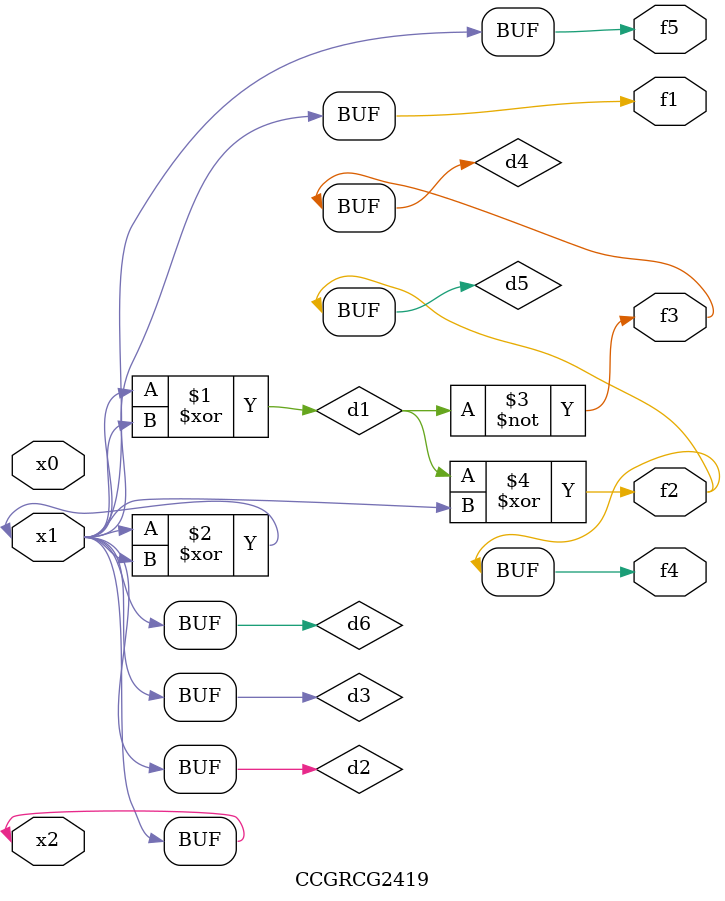
<source format=v>
module CCGRCG2419(
	input x0, x1, x2,
	output f1, f2, f3, f4, f5
);

	wire d1, d2, d3, d4, d5, d6;

	xor (d1, x1, x2);
	buf (d2, x1, x2);
	xor (d3, x1, x2);
	nor (d4, d1);
	xor (d5, d1, d2);
	buf (d6, d2, d3);
	assign f1 = d6;
	assign f2 = d5;
	assign f3 = d4;
	assign f4 = d5;
	assign f5 = d6;
endmodule

</source>
